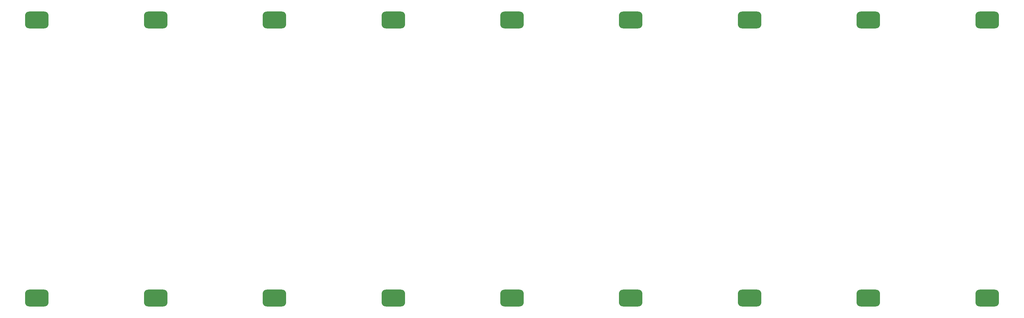
<source format=gbr>
G04 Layer_Color=128*
%FSLAX25Y25*%
%MOIN*%
%TF.FileFunction,Paste,Bot*%
%TF.Part,CustomerPanel*%
G01*
G75*
%TA.AperFunction,SMDPad,CuDef*%
G04:AMPARAMS|DCode=80|XSize=275.59mil|YSize=196.85mil|CornerRadius=49.21mil|HoleSize=0mil|Usage=FLASHONLY|Rotation=180.000|XOffset=0mil|YOffset=0mil|HoleType=Round|Shape=RoundedRectangle|*
%AMROUNDEDRECTD80*
21,1,0.27559,0.09842,0,0,180.0*
21,1,0.17716,0.19685,0,0,180.0*
1,1,0.09842,-0.08858,0.04921*
1,1,0.09842,0.08858,0.04921*
1,1,0.09842,0.08858,-0.04921*
1,1,0.09842,-0.08858,-0.04921*
%
%ADD80ROUNDEDRECTD80*%
D80*
X65462Y174320D02*
D03*
Y499123D02*
D03*
X204260Y174320D02*
D03*
Y499123D02*
D03*
X343059Y174320D02*
D03*
Y499123D02*
D03*
X481857Y174320D02*
D03*
Y499123D02*
D03*
X620655Y174320D02*
D03*
Y499123D02*
D03*
X759453Y174320D02*
D03*
Y499123D02*
D03*
X898252Y174320D02*
D03*
Y499123D02*
D03*
X1037050Y174320D02*
D03*
Y499123D02*
D03*
X1175848Y174320D02*
D03*
Y499123D02*
D03*
%TF.MD5,9a83888537749c952318d689b0ddf940*%
M02*

</source>
